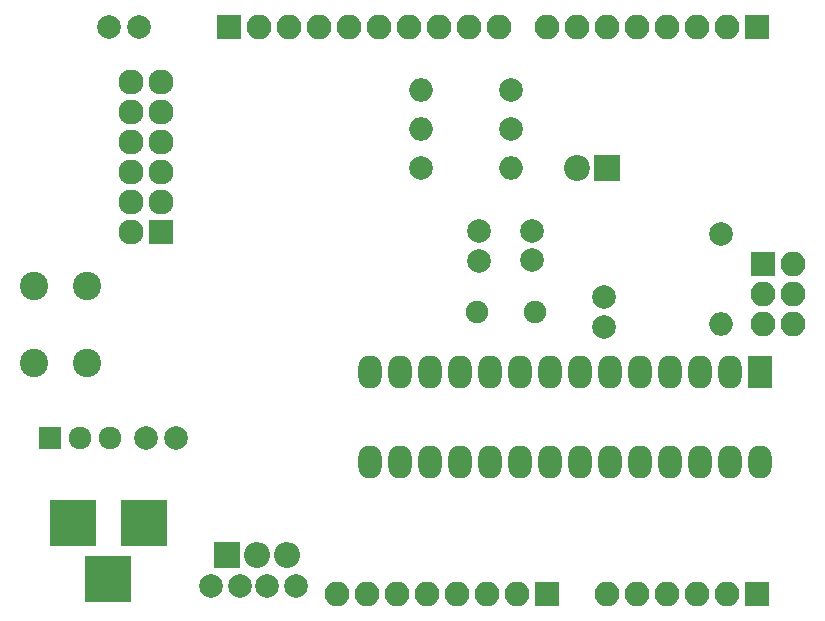
<source format=gbs>
G04 #@! TF.FileFunction,Soldermask,Bot*
%FSLAX46Y46*%
G04 Gerber Fmt 4.6, Leading zero omitted, Abs format (unit mm)*
G04 Created by KiCad (PCBNEW 4.0.5+dfsg1-4) date Sun Mar 15 11:09:47 2020*
%MOMM*%
%LPD*%
G01*
G04 APERTURE LIST*
%ADD10C,0.100000*%
%ADD11C,2.000000*%
%ADD12R,2.000000X2.800000*%
%ADD13O,2.000000X2.800000*%
%ADD14R,3.900000X3.900000*%
%ADD15R,2.100000X2.100000*%
%ADD16O,2.100000X2.100000*%
%ADD17O,2.000000X2.000000*%
%ADD18C,2.400000*%
%ADD19C,1.900000*%
%ADD20R,2.200000X2.200000*%
%ADD21C,2.200000*%
%ADD22C,1.920000*%
%ADD23R,1.920000X1.920000*%
%ADD24O,2.200000X2.200000*%
%ADD25R,2.127200X2.127200*%
%ADD26O,2.127200X2.127200*%
G04 APERTURE END LIST*
D10*
D11*
X125476000Y-74422000D03*
X122976000Y-74422000D03*
D12*
X178054000Y-103632000D03*
D13*
X145034000Y-111252000D03*
X175514000Y-103632000D03*
X147574000Y-111252000D03*
X172974000Y-103632000D03*
X150114000Y-111252000D03*
X170434000Y-103632000D03*
X152654000Y-111252000D03*
X167894000Y-103632000D03*
X155194000Y-111252000D03*
X165354000Y-103632000D03*
X157734000Y-111252000D03*
X162814000Y-103632000D03*
X160274000Y-111252000D03*
X160274000Y-103632000D03*
X162814000Y-111252000D03*
X157734000Y-103632000D03*
X165354000Y-111252000D03*
X155194000Y-103632000D03*
X167894000Y-111252000D03*
X152654000Y-103632000D03*
X170434000Y-111252000D03*
X150114000Y-103632000D03*
X172974000Y-111252000D03*
X147574000Y-103632000D03*
X175514000Y-111252000D03*
X145034000Y-103632000D03*
X178054000Y-111252000D03*
D11*
X164846000Y-99822000D03*
X164846000Y-97322000D03*
X134072000Y-121793000D03*
X131572000Y-121793000D03*
X136311000Y-121793000D03*
X138811000Y-121793000D03*
X158750000Y-91694000D03*
X158750000Y-94194000D03*
X154305000Y-91748000D03*
X154305000Y-94248000D03*
D14*
X125888000Y-116459000D03*
X119888000Y-116459000D03*
X122888000Y-121159000D03*
D15*
X177800000Y-122428000D03*
D16*
X175260000Y-122428000D03*
X172720000Y-122428000D03*
X170180000Y-122428000D03*
X167640000Y-122428000D03*
X165100000Y-122428000D03*
D15*
X177800000Y-74422000D03*
D16*
X175260000Y-74422000D03*
X172720000Y-74422000D03*
X170180000Y-74422000D03*
X167640000Y-74422000D03*
X165100000Y-74422000D03*
X162560000Y-74422000D03*
X160020000Y-74422000D03*
D11*
X156972000Y-83058000D03*
D17*
X149352000Y-83058000D03*
D11*
X156972000Y-79756000D03*
D17*
X149352000Y-79756000D03*
D11*
X174752000Y-91948000D03*
D17*
X174752000Y-99568000D03*
D18*
X121086000Y-102870000D03*
X116586000Y-102870000D03*
X121086000Y-96370000D03*
X116586000Y-96370000D03*
D19*
X159004000Y-98552000D03*
X154124000Y-98552000D03*
D20*
X165100000Y-86360000D03*
D21*
X162560000Y-86360000D03*
D11*
X149352000Y-86360000D03*
D17*
X156972000Y-86360000D03*
D15*
X160020000Y-122428000D03*
D16*
X157480000Y-122428000D03*
X154940000Y-122428000D03*
X152400000Y-122428000D03*
X149860000Y-122428000D03*
X147320000Y-122428000D03*
X144780000Y-122428000D03*
X142240000Y-122428000D03*
D15*
X178308000Y-94488000D03*
D16*
X180848000Y-94488000D03*
X178308000Y-97028000D03*
X180848000Y-97028000D03*
X178308000Y-99568000D03*
X180848000Y-99568000D03*
D15*
X133096000Y-74422000D03*
D16*
X135636000Y-74422000D03*
X138176000Y-74422000D03*
X140716000Y-74422000D03*
X143256000Y-74422000D03*
X145796000Y-74422000D03*
X148336000Y-74422000D03*
X150876000Y-74422000D03*
X153416000Y-74422000D03*
X155956000Y-74422000D03*
D11*
X126111000Y-109220000D03*
X128611000Y-109220000D03*
D22*
X120523000Y-109220000D03*
X123063000Y-109220000D03*
D23*
X117983000Y-109220000D03*
D20*
X132969000Y-119126000D03*
D24*
X135509000Y-119126000D03*
X138049000Y-119126000D03*
D25*
X127381000Y-91821000D03*
D26*
X124841000Y-91821000D03*
X127381000Y-89281000D03*
X124841000Y-89281000D03*
X127381000Y-86741000D03*
X124841000Y-86741000D03*
X127381000Y-84201000D03*
X124841000Y-84201000D03*
X127381000Y-81661000D03*
X124841000Y-81661000D03*
X127381000Y-79121000D03*
X124841000Y-79121000D03*
M02*

</source>
